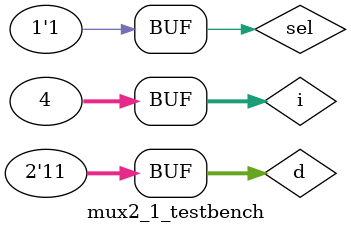
<source format=sv>



`timescale 1ps / 1ps

module mux2_1 (out, d, sel);
  output  logic       out;
  input   logic [1:0] d;
  input   logic       sel;

  logic sel_neg;
  not #50 NOT (sel_neg, sel);

  logic [1:0] tmp;
  and #50 AND1 (tmp[1], d[1], sel);
  and #50 AND0 (tmp[0], d[0], sel_neg);

  or #50 OR (out, tmp[1], tmp[0]);
endmodule

module mux2_1_testbench();
  logic         out;
  logic [1:0]   d;
  logic         sel;

  mux2_1 dut (.out, .d, .sel);

  integer i, j;
  initial begin
    for (i = 0; i < 4; i++) begin
      d = i; sel = 0; #10;
      d = i; sel = 1; #10;
    end
  end
endmodule

</source>
